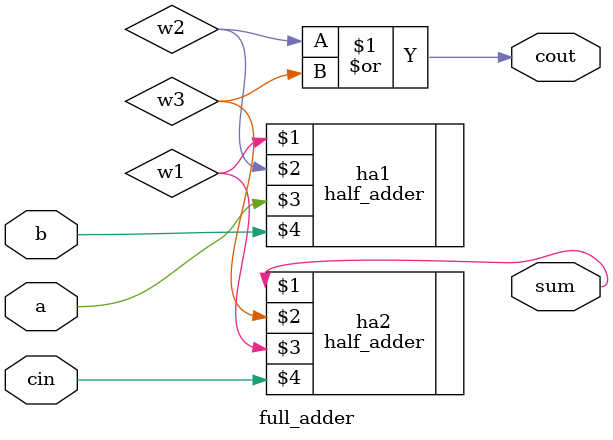
<source format=v>
`timescale 1ns / 1ps

module full_adder(sum, cout, a, b, cin);

  input a, b, cin;
  output sum, cout;
  
  wire w1, w2, w3;
  
  half_adder ha1(w1, w2, a, b);
  half_adder ha2(sum, w3, w1, cin);
  
  or or1(cout, w2, w3); 
  
endmodule

</source>
